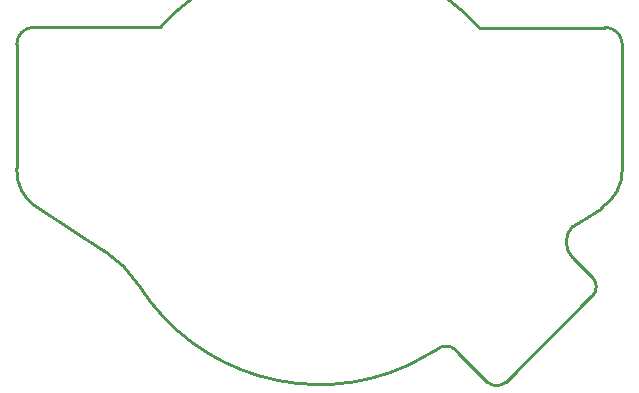
<source format=gko>
G04 Layer: BoardOutlineLayer*
G04 EasyEDA v6.5.22, 2022-11-10 11:50:32*
G04 78093d0df57e497ba92d4915601d0112,b20a208c93c440fcb0453c65c4fa92e7,10*
G04 Gerber Generator version 0.2*
G04 Scale: 100 percent, Rotated: No, Reflected: No *
G04 Dimensions in millimeters *
G04 leading zeros omitted , absolute positions ,4 integer and 5 decimal *
%FSLAX45Y45*%
%MOMM*%

%ADD10C,0.2540*%
D10*
X-2546390Y-12596401D02*
G01*
X-2546390Y-11549702D01*
X1367200Y-11406202D02*
G01*
X2430299Y-11406202D01*
X-2404889Y-11403101D02*
G01*
X-1328691Y-11403101D01*
X-1805792Y-13295599D02*
G01*
X-2376190Y-12929999D01*
X1436702Y-14406496D02*
G01*
X1192502Y-14162295D01*
X2319200Y-13683597D02*
G01*
X1596600Y-14406196D01*
X2160501Y-13354197D02*
G01*
X2327600Y-13520498D01*
X2405100Y-12930200D02*
G01*
X2159800Y-13090199D01*
X2580497Y-11539501D02*
G01*
X2580497Y-12615900D01*
G75*
G01*
X2435901Y-11405004D02*
G02*
X2577699Y-11531503I18J-142702D01*
G75*
G01*
X2577699Y-11531503D02*
G02*
X2580498Y-11539502I-9911J-7958D01*
G75*
G01*
X2580498Y-12615901D02*
G02*
X2410800Y-12928199I-370127J-1133D01*
G75*
G01*
X2410800Y-12928199D02*
G02*
X2405101Y-12930200I-6317J8875D01*
G75*
G01*
X2159800Y-13090200D02*
G03*
X2160501Y-13354197I133124J-131646D01*
G75*
G01*
X2327600Y-13520499D02*
G02*
X2327699Y-13679899I-79524J-79749D01*
G75*
G01*
X2327699Y-13679899D02*
G02*
X2319200Y-13683597I-8729J8446D01*
G75*
G01*
X1596601Y-14406197D02*
G02*
X1439901Y-14408798I-79701J80079D01*
G75*
G01*
X1439901Y-14408798D02*
G02*
X1436703Y-14406496I4639J9820D01*
G75*
G01*
X1192502Y-14162296D02*
G02*
X1190701Y-14159997I6705J7108D01*
G75*
G01*
X1190701Y-14159997D02*
G03*
X1042601Y-14111498I-103238J-64881D01*
G75*
G01*
X1042601Y-14111498D02*
G02*
X1000003Y-14139697I-832226J1210910D01*
G75*
G01*
X1000003Y-14139697D02*
G02*
X773603Y-14263497I-976332J1516565D01*
G75*
G01*
X773603Y-14263497D02*
G02*
X769902Y-14266098I-7663J6970D01*
G75*
G01*
X-1509392Y-13593298D02*
G03*
X-1805793Y-13295600I-832153J-532121D01*
G75*
G01*
X-2376190Y-12930000D02*
G02*
X-2546391Y-12596401I202296J313428D01*
G75*
G01*
X-2546391Y-11549703D02*
G02*
X-2545591Y-11545303I12784J-52D01*
G75*
G01*
X-2545591Y-11545303D02*
G02*
X-2411992Y-11405304I142605J-2340D01*
G75*
G01*
X-2411992Y-11405304D02*
G02*
X-2404890Y-11403101I6772J-9286D01*
G75*
G01*
X-1328692Y-11403101D02*
G02*
X1367201Y-11406203I1346552J-1213729D01*
G75*
G01*
X2430300Y-11406203D02*
G02*
X2435901Y-11405004I5693J-12915D01*
G75*
G01*
X769902Y-14266098D02*
G02*
X-1509392Y-13593298I-752071J1649421D01*

%LPD*%
M02*

</source>
